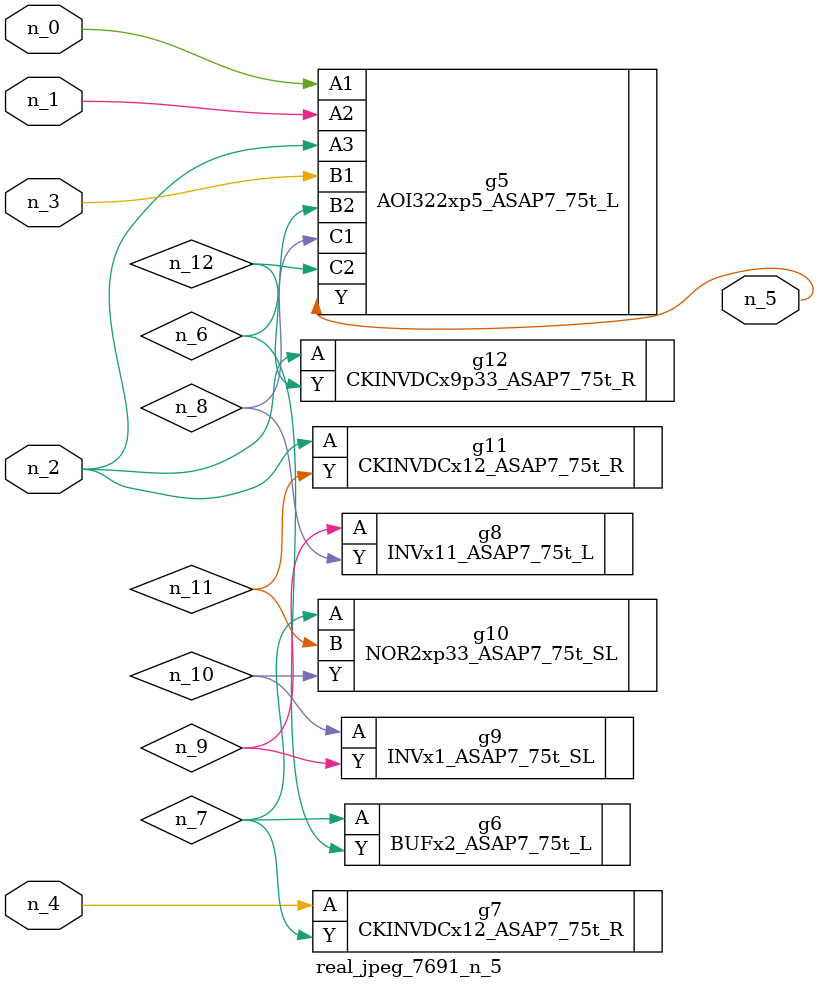
<source format=v>
module real_jpeg_7691_n_5 (n_4, n_0, n_1, n_2, n_3, n_5);

input n_4;
input n_0;
input n_1;
input n_2;
input n_3;

output n_5;

wire n_12;
wire n_8;
wire n_11;
wire n_6;
wire n_7;
wire n_10;
wire n_9;

AOI322xp5_ASAP7_75t_L g5 ( 
.A1(n_0),
.A2(n_1),
.A3(n_2),
.B1(n_3),
.B2(n_6),
.C1(n_8),
.C2(n_12),
.Y(n_5)
);

CKINVDCx12_ASAP7_75t_R g11 ( 
.A(n_2),
.Y(n_11)
);

CKINVDCx9p33_ASAP7_75t_R g12 ( 
.A(n_2),
.Y(n_12)
);

CKINVDCx12_ASAP7_75t_R g7 ( 
.A(n_4),
.Y(n_7)
);

BUFx2_ASAP7_75t_L g6 ( 
.A(n_7),
.Y(n_6)
);

NOR2xp33_ASAP7_75t_SL g10 ( 
.A(n_7),
.B(n_11),
.Y(n_10)
);

INVx11_ASAP7_75t_L g8 ( 
.A(n_9),
.Y(n_8)
);

INVx1_ASAP7_75t_SL g9 ( 
.A(n_10),
.Y(n_9)
);


endmodule
</source>
